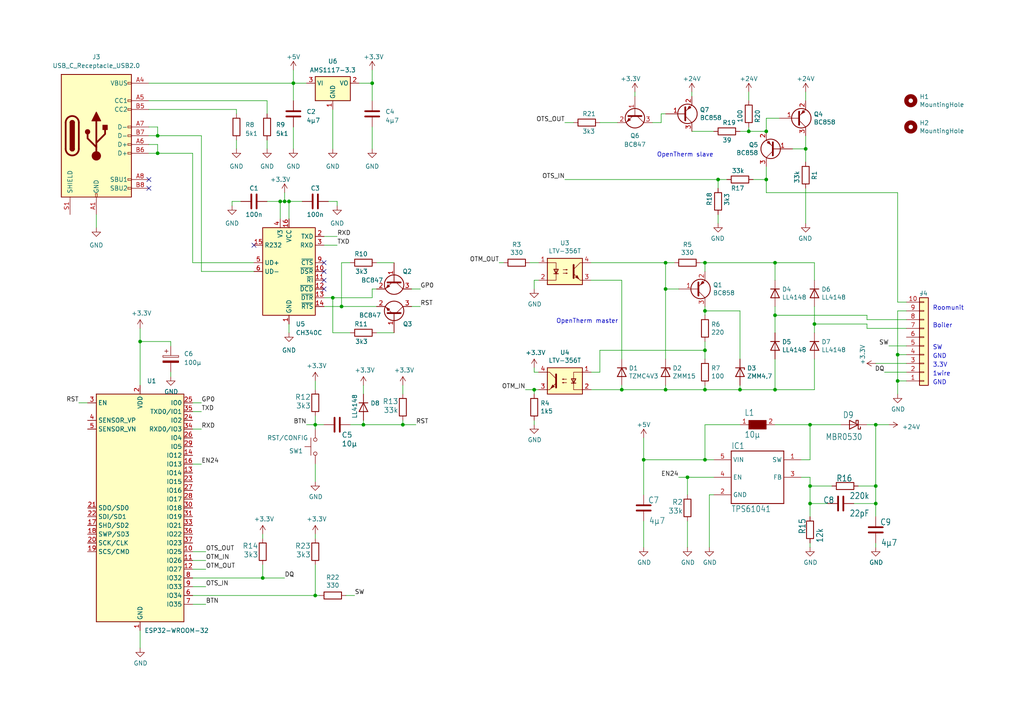
<source format=kicad_sch>
(kicad_sch (version 20231120) (generator "eeschema") (generator_version "8.0")
  (paper "A4")
  (junction (at 91.44 123.19))
  (junction (at 204.47 90.17))
  (junction (at 186.69 133.35))
  (junction (at 224.79 113.03))
  (junction (at 208.28 52.07))
  (junction (at 107.95 24.13))
  (junction (at 260.35 110.49))
  (junction (at 234.95 123.19))
  (junction (at 254 146.05))
  (junction (at 193.04 113.03))
  (junction (at 96.52 86.36))
  (junction (at 204.47 133.35))
  (junction (at 81.28 58.42))
  (junction (at 204.47 101.6))
  (junction (at 234.95 140.97))
  (junction (at 222.25 52.07))
  (junction (at 222.25 38.1))
  (junction (at 234.95 146.05))
  (junction (at 217.17 38.1))
  (junction (at 76.2 167.64))
  (junction (at 224.79 76.2))
  (junction (at 254 123.19))
  (junction (at 45.72 39.37))
  (junction (at 254 140.97))
  (junction (at 193.04 83.82))
  (junction (at 116.84 123.19))
  (junction (at 193.04 76.2))
  (junction (at 199.39 138.43))
  (junction (at 154.94 113.03))
  (junction (at 99.06 88.9))
  (junction (at 236.22 93.98))
  (junction (at 214.63 113.03))
  (junction (at 40.64 99.06))
  (junction (at 233.68 43.18))
  (junction (at 105.41 123.19))
  (junction (at 224.79 91.44))
  (junction (at 45.72 44.45))
  (junction (at 85.09 24.13))
  (junction (at 204.47 113.03))
  (junction (at 91.44 172.72))
  (junction (at 260.35 102.87))
  (junction (at 180.34 113.03))
  (junction (at 204.47 76.2))
  (junction (at 83.82 58.42))
  (junction (at 82.55 58.42))
  (no_connect (at 43.18 52.07))
  (no_connect (at 93.98 81.28))
  (no_connect (at 73.66 71.12))
  (no_connect (at 93.98 76.2))
  (no_connect (at 93.98 83.82))
  (no_connect (at 43.18 54.61))
  (no_connect (at 93.98 78.74))
  (wire (pts (xy 208.28 62.23) (xy 208.28 64.77)))
  (wire (pts (xy 96.52 96.52) (xy 101.6 96.52)))
  (wire (pts (xy 214.63 90.17) (xy 204.47 90.17)))
  (wire (pts (xy 55.88 167.64) (xy 76.2 167.64)))
  (wire (pts (xy 83.82 58.42) (xy 83.82 63.5)))
  (wire (pts (xy 251.46 92.71) (xy 262.89 92.71)))
  (wire (pts (xy 234.95 123.19) (xy 243.84 123.19)))
  (wire (pts (xy 236.22 113.03) (xy 224.79 113.03)))
  (wire (pts (xy 186.69 151.13) (xy 186.69 158.75)))
  (wire (pts (xy 214.63 104.14) (xy 214.63 90.17)))
  (wire (pts (xy 91.44 123.19) (xy 88.9 123.19)))
  (wire (pts (xy 224.79 76.2) (xy 236.22 76.2)))
  (wire (pts (xy 43.18 31.75) (xy 68.58 31.75)))
  (wire (pts (xy 222.25 55.88) (xy 260.35 55.88)))
  (wire (pts (xy 55.88 44.45) (xy 55.88 76.2)))
  (wire (pts (xy 254 140.97) (xy 254 146.05)))
  (wire (pts (xy 93.98 86.36) (xy 96.52 86.36)))
  (wire (pts (xy 40.64 99.06) (xy 40.64 111.76)))
  (wire (pts (xy 199.39 138.43) (xy 196.85 138.43)))
  (wire (pts (xy 146.05 76.2) (xy 144.78 76.2)))
  (wire (pts (xy 207.01 133.35) (xy 204.47 133.35)))
  (wire (pts (xy 40.64 182.88) (xy 40.64 187.96)))
  (wire (pts (xy 101.6 123.19) (xy 105.41 123.19)))
  (wire (pts (xy 204.47 123.19) (xy 204.47 133.35)))
  (wire (pts (xy 184.15 26.67) (xy 184.15 27.94)))
  (wire (pts (xy 55.88 160.02) (xy 59.69 160.02)))
  (wire (pts (xy 180.34 111.76) (xy 180.34 113.03)))
  (wire (pts (xy 107.95 36.83) (xy 107.95 43.18)))
  (wire (pts (xy 224.79 81.28) (xy 224.79 76.2)))
  (wire (pts (xy 55.88 119.38) (xy 58.42 119.38)))
  (wire (pts (xy 224.79 113.03) (xy 214.63 113.03)))
  (wire (pts (xy 193.04 113.03) (xy 193.04 111.76)))
  (wire (pts (xy 173.99 107.95) (xy 173.99 101.6)))
  (wire (pts (xy 199.39 151.13) (xy 199.39 158.75)))
  (wire (pts (xy 232.41 138.43) (xy 234.95 138.43)))
  (wire (pts (xy 154.94 113.03) (xy 154.94 114.3)))
  (wire (pts (xy 234.95 140.97) (xy 234.95 146.05)))
  (wire (pts (xy 256.54 107.95) (xy 262.89 107.95)))
  (wire (pts (xy 217.17 38.1) (xy 217.17 36.83)))
  (wire (pts (xy 109.22 76.2) (xy 114.3 76.2)))
  (wire (pts (xy 154.94 123.19) (xy 154.94 121.92)))
  (wire (pts (xy 76.2 167.64) (xy 82.55 167.64)))
  (wire (pts (xy 234.95 157.48) (xy 234.95 158.75)))
  (wire (pts (xy 204.47 76.2) (xy 204.47 78.74)))
  (wire (pts (xy 95.25 58.42) (xy 97.79 58.42)))
  (wire (pts (xy 195.58 76.2) (xy 193.04 76.2)))
  (wire (pts (xy 207.01 143.51) (xy 205.74 143.51)))
  (wire (pts (xy 186.69 133.35) (xy 186.69 143.51)))
  (wire (pts (xy 204.47 113.03) (xy 204.47 111.76)))
  (wire (pts (xy 251.46 123.19) (xy 254 123.19)))
  (wire (pts (xy 55.88 116.84) (xy 58.42 116.84)))
  (wire (pts (xy 186.69 127) (xy 186.69 133.35)))
  (wire (pts (xy 105.41 121.92) (xy 105.41 123.19)))
  (wire (pts (xy 180.34 113.03) (xy 193.04 113.03)))
  (wire (pts (xy 193.04 113.03) (xy 204.47 113.03)))
  (wire (pts (xy 191.77 35.56) (xy 189.23 35.56)))
  (wire (pts (xy 156.21 107.95) (xy 154.94 107.95)))
  (wire (pts (xy 251.46 93.98) (xy 251.46 95.25)))
  (wire (pts (xy 45.72 39.37) (xy 58.42 39.37)))
  (wire (pts (xy 214.63 123.19) (xy 204.47 123.19)))
  (wire (pts (xy 236.22 76.2) (xy 236.22 81.28)))
  (wire (pts (xy 87.63 58.42) (xy 83.82 58.42)))
  (wire (pts (xy 171.45 81.28) (xy 180.34 81.28)))
  (wire (pts (xy 55.88 124.46) (xy 58.42 124.46)))
  (wire (pts (xy 224.79 76.2) (xy 204.47 76.2)))
  (wire (pts (xy 107.95 86.36) (xy 107.95 83.82)))
  (wire (pts (xy 156.21 113.03) (xy 154.94 113.03)))
  (wire (pts (xy 82.55 58.42) (xy 83.82 58.42)))
  (wire (pts (xy 85.09 36.83) (xy 85.09 43.18)))
  (wire (pts (xy 224.79 123.19) (xy 234.95 123.19)))
  (wire (pts (xy 210.82 52.07) (xy 208.28 52.07)))
  (wire (pts (xy 173.99 35.56) (xy 179.07 35.56)))
  (wire (pts (xy 81.28 58.42) (xy 82.55 58.42)))
  (wire (pts (xy 91.44 123.19) (xy 91.44 124.46)))
  (wire (pts (xy 58.42 39.37) (xy 58.42 78.74)))
  (wire (pts (xy 191.77 33.02) (xy 191.77 35.56)))
  (wire (pts (xy 205.74 143.51) (xy 205.74 158.75)))
  (wire (pts (xy 96.52 31.75) (xy 96.52 43.18)))
  (wire (pts (xy 204.47 113.03) (xy 214.63 113.03)))
  (wire (pts (xy 248.92 140.97) (xy 254 140.97)))
  (wire (pts (xy 204.47 90.17) (xy 204.47 91.44)))
  (wire (pts (xy 101.6 76.2) (xy 99.06 76.2)))
  (wire (pts (xy 203.2 76.2) (xy 204.47 76.2)))
  (wire (pts (xy 43.18 41.91) (xy 45.72 41.91)))
  (wire (pts (xy 251.46 95.25) (xy 262.89 95.25)))
  (wire (pts (xy 224.79 91.44) (xy 251.46 91.44)))
  (wire (pts (xy 91.44 120.65) (xy 91.44 123.19)))
  (wire (pts (xy 260.35 110.49) (xy 260.35 114.3)))
  (wire (pts (xy 91.44 163.83) (xy 91.44 172.72)))
  (wire (pts (xy 193.04 33.02) (xy 191.77 33.02)))
  (wire (pts (xy 43.18 36.83) (xy 45.72 36.83)))
  (wire (pts (xy 116.84 121.92) (xy 116.84 123.19)))
  (wire (pts (xy 40.64 95.25) (xy 40.64 99.06)))
  (wire (pts (xy 193.04 83.82) (xy 196.85 83.82)))
  (wire (pts (xy 254 146.05) (xy 254 149.86)))
  (wire (pts (xy 262.89 110.49) (xy 260.35 110.49)))
  (wire (pts (xy 254 123.19) (xy 254 140.97)))
  (wire (pts (xy 49.53 99.06) (xy 40.64 99.06)))
  (wire (pts (xy 193.04 76.2) (xy 193.04 83.82)))
  (wire (pts (xy 222.25 52.07) (xy 222.25 55.88)))
  (wire (pts (xy 100.33 172.72) (xy 102.87 172.72)))
  (wire (pts (xy 222.25 38.1) (xy 222.25 34.29)))
  (wire (pts (xy 247.65 146.05) (xy 254 146.05)))
  (wire (pts (xy 91.44 154.94) (xy 91.44 156.21)))
  (wire (pts (xy 234.95 123.19) (xy 234.95 133.35)))
  (wire (pts (xy 233.68 54.61) (xy 233.68 64.77)))
  (wire (pts (xy 67.31 59.69) (xy 67.31 58.42)))
  (wire (pts (xy 81.28 58.42) (xy 81.28 63.5)))
  (wire (pts (xy 156.21 81.28) (xy 154.94 81.28)))
  (wire (pts (xy 233.68 43.18) (xy 229.87 43.18)))
  (wire (pts (xy 262.89 90.17) (xy 260.35 90.17)))
  (wire (pts (xy 154.94 113.03) (xy 152.4 113.03)))
  (wire (pts (xy 156.21 76.2) (xy 153.67 76.2)))
  (wire (pts (xy 91.44 172.72) (xy 92.71 172.72)))
  (wire (pts (xy 43.18 39.37) (xy 45.72 39.37)))
  (wire (pts (xy 233.68 39.37) (xy 233.68 43.18)))
  (wire (pts (xy 200.66 26.67) (xy 200.66 27.94)))
  (wire (pts (xy 76.2 167.64) (xy 76.2 163.83)))
  (wire (pts (xy 224.79 88.9) (xy 224.79 91.44)))
  (wire (pts (xy 199.39 138.43) (xy 199.39 143.51)))
  (wire (pts (xy 58.42 78.74) (xy 73.66 78.74)))
  (wire (pts (xy 45.72 41.91) (xy 45.72 44.45)))
  (wire (pts (xy 186.69 133.35) (xy 204.47 133.35)))
  (wire (pts (xy 204.47 101.6) (xy 204.47 99.06)))
  (wire (pts (xy 251.46 91.44) (xy 251.46 92.71)))
  (wire (pts (xy 163.83 52.07) (xy 208.28 52.07)))
  (wire (pts (xy 77.47 29.21) (xy 77.47 33.02)))
  (wire (pts (xy 260.35 102.87) (xy 260.35 110.49)))
  (wire (pts (xy 121.92 83.82) (xy 119.38 83.82)))
  (wire (pts (xy 260.35 90.17) (xy 260.35 102.87)))
  (wire (pts (xy 224.79 104.14) (xy 224.79 113.03)))
  (wire (pts (xy 107.95 24.13) (xy 107.95 29.21)))
  (wire (pts (xy 91.44 110.49) (xy 91.44 113.03)))
  (wire (pts (xy 99.06 76.2) (xy 99.06 88.9)))
  (wire (pts (xy 193.04 83.82) (xy 193.04 104.14)))
  (wire (pts (xy 236.22 93.98) (xy 236.22 96.52)))
  (wire (pts (xy 85.09 24.13) (xy 85.09 29.21)))
  (wire (pts (xy 260.35 87.63) (xy 262.89 87.63)))
  (wire (pts (xy 43.18 44.45) (xy 45.72 44.45)))
  (wire (pts (xy 262.89 102.87) (xy 260.35 102.87)))
  (wire (pts (xy 173.99 101.6) (xy 204.47 101.6)))
  (wire (pts (xy 104.14 24.13) (xy 107.95 24.13)))
  (wire (pts (xy 240.03 146.05) (xy 234.95 146.05)))
  (wire (pts (xy 116.84 111.76) (xy 116.84 114.3)))
  (wire (pts (xy 236.22 88.9) (xy 236.22 93.98)))
  (wire (pts (xy 257.81 100.33) (xy 262.89 100.33)))
  (wire (pts (xy 207.01 138.43) (xy 199.39 138.43)))
  (wire (pts (xy 116.84 123.19) (xy 120.65 123.19)))
  (wire (pts (xy 154.94 107.95) (xy 154.94 106.68)))
  (wire (pts (xy 208.28 52.07) (xy 208.28 54.61)))
  (wire (pts (xy 68.58 40.64) (xy 68.58 43.18)))
  (wire (pts (xy 96.52 96.52) (xy 96.52 86.36)))
  (wire (pts (xy 88.9 24.13) (xy 85.09 24.13)))
  (wire (pts (xy 45.72 36.83) (xy 45.72 39.37)))
  (wire (pts (xy 93.98 68.58) (xy 97.79 68.58)))
  (wire (pts (xy 55.88 165.1) (xy 59.69 165.1)))
  (wire (pts (xy 234.95 146.05) (xy 234.95 149.86)))
  (wire (pts (xy 76.2 154.94) (xy 76.2 156.21)))
  (wire (pts (xy 119.38 88.9) (xy 121.92 88.9)))
  (wire (pts (xy 68.58 31.75) (xy 68.58 33.02)))
  (wire (pts (xy 45.72 44.45) (xy 55.88 44.45)))
  (wire (pts (xy 93.98 88.9) (xy 99.06 88.9)))
  (wire (pts (xy 91.44 139.7) (xy 91.44 134.62)))
  (wire (pts (xy 180.34 81.28) (xy 180.34 104.14)))
  (wire (pts (xy 254 157.48) (xy 254 158.75)))
  (wire (pts (xy 22.86 116.84) (xy 25.4 116.84)))
  (wire (pts (xy 55.88 172.72) (xy 91.44 172.72)))
  (wire (pts (xy 254 105.41) (xy 262.89 105.41)))
  (wire (pts (xy 166.37 35.56) (xy 163.83 35.56)))
  (wire (pts (xy 107.95 83.82) (xy 109.22 83.82)))
  (wire (pts (xy 83.82 93.98) (xy 83.82 96.52)))
  (wire (pts (xy 105.41 123.19) (xy 116.84 123.19)))
  (wire (pts (xy 236.22 104.14) (xy 236.22 113.03)))
  (wire (pts (xy 55.88 170.18) (xy 59.69 170.18)))
  (wire (pts (xy 43.18 24.13) (xy 85.09 24.13)))
  (wire (pts (xy 234.95 140.97) (xy 241.3 140.97)))
  (wire (pts (xy 204.47 88.9) (xy 204.47 90.17)))
  (wire (pts (xy 180.34 113.03) (xy 171.45 113.03)))
  (wire (pts (xy 107.95 20.32) (xy 107.95 24.13)))
  (wire (pts (xy 171.45 107.95) (xy 173.99 107.95)))
  (wire (pts (xy 55.88 162.56) (xy 59.69 162.56)))
  (wire (pts (xy 233.68 26.67) (xy 233.68 29.21)))
  (wire (pts (xy 224.79 91.44) (xy 224.79 96.52)))
  (wire (pts (xy 93.98 71.12) (xy 97.79 71.12)))
  (wire (pts (xy 55.88 175.26) (xy 59.69 175.26)))
  (wire (pts (xy 200.66 38.1) (xy 207.01 38.1)))
  (wire (pts (xy 217.17 38.1) (xy 214.63 38.1)))
  (wire (pts (xy 55.88 134.62) (xy 58.42 134.62)))
  (wire (pts (xy 27.94 62.23) (xy 27.94 66.04)))
  (wire (pts (xy 260.35 55.88) (xy 260.35 87.63)))
  (wire (pts (xy 93.98 123.19) (xy 91.44 123.19)))
  (wire (pts (xy 234.95 133.35) (xy 232.41 133.35)))
  (wire (pts (xy 77.47 40.64) (xy 77.47 43.18)))
  (wire (pts (xy 254 123.19) (xy 257.81 123.19)))
  (wire (pts (xy 82.55 58.42) (xy 82.55 55.88)))
  (wire (pts (xy 97.79 58.42) (xy 97.79 59.69)))
  (wire (pts (xy 109.22 96.52) (xy 114.3 96.52)))
  (wire (pts (xy 85.09 20.32) (xy 85.09 24.13)))
  (wire (pts (xy 67.31 58.42) (xy 69.85 58.42)))
  (wire (pts (xy 49.53 107.95) (xy 49.53 109.22)))
  (wire (pts (xy 217.17 26.67) (xy 217.17 29.21)))
  (wire (pts (xy 99.06 88.9) (xy 109.22 88.9)))
  (wire (pts (xy 214.63 113.03) (xy 214.63 111.76)))
  (wire (pts (xy 222.25 34.29) (xy 226.06 34.29)))
  (wire (pts (xy 77.47 58.42) (xy 81.28 58.42)))
  (wire (pts (xy 43.18 29.21) (xy 77.47 29.21)))
  (wire (pts (xy 233.68 43.18) (xy 233.68 46.99)))
  (wire (pts (xy 218.44 52.07) (xy 222.25 52.07)))
  (wire (pts (xy 234.95 138.43) (xy 234.95 140.97)))
  (wire (pts (xy 222.25 52.07) (xy 222.25 48.26)))
  (wire (pts (xy 222.25 38.1) (xy 217.17 38.1)))
  (wire (pts (xy 105.41 114.3) (xy 105.41 111.76)))
  (wire (pts (xy 154.94 81.28) (xy 154.94 83.82)))
  (wire (pts (xy 49.53 99.06) (xy 49.53 100.33)))
  (wire (pts (xy 96.52 86.36) (xy 107.95 86.36)))
  (wire (pts (xy 236.22 93.98) (xy 251.46 93.98)))
  (wire (pts (xy 55.88 76.2) (xy 73.66 76.2)))
  (wire (pts (xy 204.47 101.6) (xy 204.47 104.14)))
  (wire (pts (xy 171.45 76.2) (xy 193.04 76.2)))
  (text "Boiler" (at 270.51 95.25 0) (effects (font (size 1.27 1.27)) (justify left bottom)))
  (text "OpenTherm slave" (at 190.5 45.72 0) (effects (font (size 1.27 1.27)) (justify left bottom)))
  (text "OpenTherm master" (at 161.29 93.98 0) (effects (font (size 1.27 1.27)) (justify left bottom)))
  (text "3.3V" (at 270.51 106.68 0) (effects (font (size 1.27 1.27)) (justify left bottom)))
  (text "GND" (at 270.51 104.14 0) (effects (font (size 1.27 1.27)) (justify left bottom)))
  (text "1wire" (at 270.51 109.22 0) (effects (font (size 1.27 1.27)) (justify left bottom)))
  (text "GND" (at 270.51 111.76 0) (effects (font (size 1.27 1.27)) (justify left bottom)))
  (text "SW" (at 270.51 101.6 0) (effects (font (size 1.27 1.27)) (justify left bottom)))
  (text "Roomunit" (at 270.51 90.17 0) (effects (font (size 1.27 1.27)) (justify left bottom)))
  (label "OTM_OUT" (at 59.69 165.1 0))
  (label "OTS_IN" (at 59.69 170.18 0))
  (label "OTS_IN" (at 163.83 52.07 180))
  (label "OTM_IN" (at 152.4 113.03 180))
  (label "EN24" (at 58.42 134.62 0))
  (label "RXD" (at 97.79 68.58 0))
  (label "TXD" (at 58.42 119.38 0))
  (label "OTS_OUT" (at 163.83 35.56 180))
  (label "BTN" (at 59.69 175.26 0))
  (label "SW" (at 257.81 100.33 180))
  (label "DQ" (at 82.55 167.64 0))
  (label "TXD" (at 97.79 71.12 0))
  (label "OTM_IN" (at 59.69 162.56 0))
  (label "GP0" (at 58.42 116.84 0))
  (label "EN24" (at 196.85 138.43 180))
  (label "SW" (at 102.87 172.72 0))
  (label "OTS_OUT" (at 59.69 160.02 0))
  (label "OTM_OUT" (at 144.78 76.2 180))
  (label "BTN" (at 88.9 123.19 180))
  (label "RST" (at 121.92 88.9 0))
  (label "GP0" (at 121.92 83.82 0))
  (label "RST" (at 120.65 123.19 0))
  (label "DQ" (at 256.54 107.95 180))
  (label "RST" (at 22.86 116.84 180))
  (label "RXD" (at 58.42 124.46 0))
  (symbol (lib_id "Device:R") (at 149.86 76.2 270) (unit 1)
    (property "Reference" "R3" (at 149.86 70.9422 90))
    (property "Value" "330" (at 149.86 73.2536 90))
    (property "Footprint" "Resistor_SMD:R_0805_2012Metric" (effects (hide yes)))
  )
  (symbol (lib_id "power:GND") (at 154.94 83.82 0) (unit 1)
    (property "Reference" "#PWR04" (effects (hide yes)))
    (property "Value" "GND" (at 155.067 88.2142 0))
  )
  (symbol (lib_id "Device:R") (at 154.94 118.11 180) (unit 1)
    (property "Reference" "R4" (at 156.718 116.9416 0) (effects (justify right)))
    (property "Value" "1k5" (at 156.718 119.253 0) (effects (justify right)))
    (property "Footprint" "Resistor_SMD:R_0805_2012Metric" (effects (hide yes)))
  )
  (symbol (lib_id "Isolator:LTV-356T") (at 163.83 110.49 0) (mirror y) (unit 1)
    (property "Reference" "U4" (at 163.83 102.235 0))
    (property "Value" "LTV-356T" (at 163.83 104.5464 0))
    (property "Footprint" "Package_SO:SO-4_4.4x3.6mm_P2.54mm" (effects (hide yes)))
    (property "Datasheet" "http://optoelectronics.liteon.com/upload/download/DS70-2001-010/S_110_LTV-356T%2020140520.pdf" (effects (hide yes)))
    (property "LCSC order #" "C94651" (effects (hide yes)))
  )
  (symbol (lib_id "Diode:LL4148") (at 224.79 85.09 270) (unit 1)
    (property "Reference" "D4" (at 226.822 83.9216 90) (effects (justify left)))
    (property "Value" "LL4148" (at 226.822 86.233 90) (effects (justify left)))
    (property "Footprint" "Diode_SMD:D_MiniMELF" (effects (hide yes)))
    (property "Datasheet" "http://www.vishay.com/docs/85557/ll4148.pdf" (effects (hide yes)))
    (property "LCSC order #" "C9808" (effects (hide yes)))
  )
  (symbol (lib_id "Diode:LL4148") (at 236.22 85.09 270) (unit 1)
    (property "Reference" "D6" (at 238.252 83.9216 90) (effects (justify left)))
    (property "Value" "LL4148" (at 238.252 86.233 90) (effects (justify left)))
    (property "Footprint" "Diode_SMD:D_MiniMELF" (effects (hide yes)))
    (property "Datasheet" "http://www.vishay.com/docs/85557/ll4148.pdf" (effects (hide yes)))
    (property "LCSC order #" "C9808" (effects (hide yes)))
  )
  (symbol (lib_id "Diode:LL4148") (at 236.22 100.33 270) (unit 1)
    (property "Reference" "D7" (at 238.252 99.1616 90) (effects (justify left)))
    (property "Value" "LL4148" (at 238.252 101.473 90) (effects (justify left)))
    (property "Footprint" "Diode_SMD:D_MiniMELF" (effects (hide yes)))
    (property "Datasheet" "http://www.vishay.com/docs/85557/ll4148.pdf" (effects (hide yes)))
    (property "LCSC order #" "C9808" (effects (hide yes)))
  )
  (symbol (lib_id "Diode:LL4148") (at 224.79 100.33 270) (unit 1)
    (property "Reference" "D5" (at 226.822 99.1616 90) (effects (justify left)))
    (property "Value" "LL4148" (at 226.822 101.473 90) (effects (justify left)))
    (property "Footprint" "Diode_SMD:D_MiniMELF" (effects (hide yes)))
    (property "Datasheet" "http://www.vishay.com/docs/85557/ll4148.pdf" (effects (hide yes)))
    (property "LCSC order #" "C9808" (effects (hide yes)))
  )
  (symbol (lib_id "Diode:ZMMxx") (at 214.63 107.95 270) (unit 1)
    (property "Reference" "D3" (at 216.662 106.7816 90) (effects (justify left)))
    (property "Value" "ZMM4,7" (at 216.662 109.093 90) (effects (justify left)))
    (property "Footprint" "Diode_SMD:D_MiniMELF" (effects (hide yes)))
    (property "Datasheet" "https://diotec.com/tl_files/diotec/files/pdf/datasheets/zmm1.pdf" (effects (hide yes)))
    (property "LCSC order #" "C2921265" (effects (hide yes)))
  )
  (symbol (lib_id "Diode:ZMMxx") (at 193.04 107.95 270) (unit 1)
    (property "Reference" "D2" (at 195.072 106.7816 90) (effects (justify left)))
    (property "Value" "ZMM15" (at 195.072 109.093 90) (effects (justify left)))
    (property "Footprint" "Diode_SMD:D_MiniMELF" (effects (hide yes)))
    (property "Datasheet" "https://diotec.com/tl_files/diotec/files/pdf/datasheets/zmm1.pdf" (effects (hide yes)))
    (property "LCSC order #" "C2892602" (effects (hide yes)))
  )
  (symbol (lib_id "Diode:ZMMxx") (at 180.34 107.95 270) (unit 1)
    (property "Reference" "D1" (at 182.372 106.7816 90) (effects (justify left)))
    (property "Value" "TZMC4V3" (at 182.372 109.093 90) (effects (justify left)))
    (property "Footprint" "Diode_SMD:D_MiniMELF" (effects (hide yes)))
    (property "Datasheet" "https://diotec.com/tl_files/diotec/files/pdf/datasheets/zmm1.pdf" (effects (hide yes)))
    (property "LCSC order #" "C2943043" (effects (hide yes)))
  )
  (symbol (lib_id "Device:R") (at 204.47 107.95 0) (unit 1)
    (property "Reference" "R7" (at 206.248 106.7816 0) (effects (justify left)))
    (property "Value" "100" (at 206.248 109.093 0) (effects (justify left)))
    (property "Footprint" "Resistor_SMD:R_0805_2012Metric" (effects (hide yes)))
  )
  (symbol (lib_id "Device:R") (at 204.47 95.25 0) (unit 1)
    (property "Reference" "R6" (at 206.248 94.0816 0) (effects (justify left)))
    (property "Value" "220" (at 206.248 96.393 0) (effects (justify left)))
    (property "Footprint" "Resistor_SMD:R_0805_2012Metric" (effects (hide yes)))
  )
  (symbol (lib_id "Transistor_BJT:BC858") (at 201.93 83.82 0) (mirror x) (unit 1)
    (property "Reference" "Q1" (at 206.7814 82.6516 0) (effects (justify left)))
    (property "Value" "BC858" (at 206.7814 84.963 0) (effects (justify left)))
    (property "Footprint" "Package_TO_SOT_SMD:SOT-23" (effects (hide yes)))
    (property "Datasheet" "https://www.onsemi.com/pub/Collateral/BC860-D.pdf" (effects (hide yes)))
    (property "LCSC order #" "C181149" (effects (hide yes)))
  )
  (symbol (lib_id "Device:R") (at 199.39 76.2 270) (unit 1)
    (property "Reference" "R5" (at 199.39 70.9422 90))
    (property "Value" "330" (at 199.39 73.2536 90))
    (property "Footprint" "Resistor_SMD:R_0805_2012Metric" (effects (hide yes)))
  )
  (symbol (lib_id "power:GND") (at 154.94 123.19 0) (unit 1)
    (property "Reference" "#PWR05" (effects (hide yes)))
    (property "Value" "GND" (at 155.067 127.5842 0))
  )
  (symbol (lib_id "Isolator:LTV-356T") (at 163.83 78.74 0) (unit 1)
    (property "Reference" "U3" (at 163.83 70.485 0))
    (property "Value" "LTV-356T" (at 163.83 72.7964 0))
    (property "Footprint" "Package_SO:SO-4_4.4x3.6mm_P2.54mm" (effects (hide yes)))
    (property "Datasheet" "http://optoelectronics.liteon.com/upload/download/DS70-2001-010/S_110_LTV-356T%2020140520.pdf" (effects (hide yes)))
    (property "LCSC order #" "C94651" (effects (hide yes)))
  )
  (symbol (lib_id "Mechanical:MountingHole") (at 264.16 29.21 0) (unit 1)
    (property "Reference" "H1" (at 266.7 28.0416 0) (effects (justify left)))
    (property "Value" "MountingHole" (at 266.7 30.353 0) (effects (justify left)))
    (property "Footprint" "MountingHole:MountingHole_2.5mm" (effects (hide yes)))
  )
  (symbol (lib_id "Mechanical:MountingHole") (at 264.16 36.83 0) (unit 1)
    (property "Reference" "H2" (at 266.7 35.6616 0) (effects (justify left)))
    (property "Value" "MountingHole" (at 266.7 37.973 0) (effects (justify left)))
    (property "Footprint" "MountingHole:MountingHole_2.5mm" (effects (hide yes)))
  )
  (symbol (lib_id "power:+3.3V") (at 76.2 154.94 0) (unit 1)
    (property "Reference" "#PWR022" (effects (hide yes)))
    (property "Value" "+3.3V" (at 76.581 150.5458 0))
  )
  (symbol (lib_id "Interface_USB:CH340C") (at 83.82 78.74 0) (unit 1)
    (property "Reference" "U5" (at 85.7759 93.98 0) (effects (justify left)))
    (property "Value" "CH340C" (at 85.7759 96.52 0) (effects (justify left)))
    (property "Footprint" "Package_SO:SOIC-16_3.9x9.9mm_P1.27mm" (effects (hide yes)))
    (property "Datasheet" "https://datasheet.lcsc.com/szlcsc/Jiangsu-Qin-Heng-CH340C_C84681.pdf" (effects (hide yes)))
    (property "LCSC order #" "C84681" (effects (hide yes)))
  )
  (symbol (lib_id "Device:R") (at 234.95 153.67 0) (unit 1)
    (property "Reference" "R15" (at 233.68 154.94 90) (effects (font (size 1.778 1.5113)) (justify left bottom)))
    (property "Value" "12k" (at 238.76 157.48 90) (effects (font (size 1.778 1.5113)) (justify left bottom)))
    (property "Footprint" "Resistor_SMD:R_0805_2012Metric" (effects (hide yes)))
    (property "LCSC order #" "C4382" (effects (hide yes)))
  )
  (symbol (lib_id "power:+3.3V") (at 154.94 106.68 0) (unit 1)
    (property "Reference" "#PWR026" (effects (hide yes)))
    (property "Value" "+3.3V" (at 155.321 102.2858 0))
  )
  (symbol (lib_id "power:GND") (at 49.53 109.22 0) (unit 1)
    (property "Reference" "#PWR024" (effects (hide yes)))
    (property "Value" "GND" (at 49.657 113.6142 0))
  )
  (symbol (lib_id "power:GND") (at 27.94 66.04 0) (unit 1)
    (property "Reference" "#PWR01" (effects (hide yes)))
    (property "Value" "GND" (at 27.94 71.12 0))
  )
  (symbol (lib_id "Device:C") (at 254 153.67 0) (unit 1)
    (property "Reference" "C9" (at 255.27 152.4 0) (effects (font (size 1.778 1.5113)) (justify left bottom)))
    (property "Value" "4µ7" (at 255.524 158.369 0) (effects (font (size 1.778 1.5113)) (justify left bottom)))
    (property "Footprint" "Capacitor_SMD:C_0805_2012Metric" (effects (hide yes)))
    (property "LCSC order #" "C1779" (effects (hide yes)))
  )
  (symbol (lib_id "power:+3.3V") (at 91.44 110.49 0) (unit 1)
    (property "Reference" "#PWR017" (effects (hide yes)))
    (property "Value" "+3.3V" (at 91.821 106.0958 0))
  )
  (symbol (lib_id "power:GND") (at 67.31 59.69 0) (unit 1)
    (property "Reference" "#PWR06" (effects (hide yes)))
    (property "Value" "GND" (at 67.31 64.77 0))
  )
  (symbol (lib_id "power:+24V") (at 217.17 26.67 0) (mirror y) (unit 1)
    (property "Reference" "#PWR028" (effects (hide yes)))
    (property "Value" "+24V" (at 217.17 22.86 0))
  )
  (symbol (lib_id "power:GND") (at 85.09 43.18 0) (unit 1)
    (property "Reference" "#PWR012" (effects (hide yes)))
    (property "Value" "GND" (at 85.09 48.26 0))
  )
  (symbol (lib_id "Device:R") (at 105.41 76.2 90) (unit 1)
    (property "Reference" "R10" (at 106.68 73.66 90) (effects (justify left)))
    (property "Value" "3k3" (at 106.68 78.74 90) (effects (justify left)))
    (property "Footprint" "Resistor_SMD:R_0805_2012Metric" (effects (hide yes)))
  )
  (symbol (lib_id "Transistor_BJT:BC847") (at 114.3 91.44 270) (mirror x) (unit 1)
    (property "Reference" "Q3" (at 116.84 93.98 90) (effects (justify left)))
    (property "Value" "BC847" (at 104.14 91.44 90) (effects (justify left)))
    (property "Footprint" "Package_TO_SOT_SMD:SOT-23" (effects (hide yes)))
    (property "Datasheet" "http://www.infineon.com/dgdl/Infineon-BC847SERIES_BC848SERIES_BC849SERIES_BC850SERIES-DS-v01_01-en.pdf?fileId=db3a304314dca389011541d4630a1657" (effects (hide yes)))
    (property "LCSC order #" "C181141" (effects (hide yes)))
  )
  (symbol (lib_id "Device:C_Polarized") (at 49.53 104.14 0) (unit 1)
    (property "Reference" "C6" (at 53.34 102.616 0) (effects (justify left)))
    (property "Value" "100µ" (at 53.34 105.156 0) (effects (justify left)))
    (property "Footprint" "Capacitor_SMD:CP_Elec_6.3x5.4" (effects (hide yes)))
    (property "LCSC order #" "C59937" (effects (hide yes)))
  )
  (symbol (lib_id "Switch:SW_Push") (at 91.44 129.54 90) (mirror x) (unit 1)
    (property "Reference" "SW1" (at 83.82 130.81 90) (effects (justify right)))
    (property "Value" "RST/CONFIG" (at 77.47 127 90) (effects (justify right)))
    (property "Footprint" "Button_Switch_THT:SW_Tactile_SPST_Angled_PTS645Vx83-2LFS" (effects (hide yes)))
    (property "LCSC order #" "C2837545" (effects (hide yes)))
  )
  (symbol (lib_id "Device:R") (at 170.18 35.56 270) (mirror x) (unit 1)
    (property "Reference" "R21" (at 168.91 33.02 90) (effects (justify left)))
    (property "Value" "3k3" (at 168.91 38.1 90) (effects (justify left)))
    (property "Footprint" "Resistor_SMD:R_0805_2012Metric" (effects (hide yes)))
  )
  (symbol (lib_id "power:+3.3V") (at 107.95 20.32 0) (unit 1)
    (property "Reference" "#PWR015" (effects (hide yes)))
    (property "Value" "+3.3V" (at 105.41 16.51 0) (effects (justify left)))
  )
  (symbol (lib_id "power:+3.3V") (at 82.55 55.88 0) (unit 1)
    (property "Reference" "#PWR09" (effects (hide yes)))
    (property "Value" "+3.3V" (at 81.28 52.07 0))
  )
  (symbol (lib_id "Transistor_BJT:BC847") (at 114.3 81.28 270) (unit 1)
    (property "Reference" "Q2" (at 118.11 78.74 90))
    (property "Value" "BC847" (at 107.95 81.28 90))
    (property "Footprint" "Package_TO_SOT_SMD:SOT-23" (effects (hide yes)))
    (property "Datasheet" "http://www.infineon.com/dgdl/Infineon-BC847SERIES_BC848SERIES_BC849SERIES_BC850SERIES-DS-v01_01-en.pdf?fileId=db3a304314dca389011541d4630a1657" (effects (hide yes)))
    (property "LCSC order #" "C181141" (effects (hide yes)))
  )
  (symbol (lib_id "power:+24V") (at 200.66 26.67 0) (mirror y) (unit 1)
    (property "Reference" "#PWR032" (effects (hide yes)))
    (property "Value" "+24V" (at 200.66 22.86 0))
  )
  (symbol (lib_id "Device:R") (at 68.58 36.83 0) (unit 1)
    (property "Reference" "R8" (at 71.12 36.195 0) (effects (justify left)))
    (property "Value" "5k1" (at 71.12 38.735 0) (effects (justify left)))
    (property "Footprint" "Resistor_SMD:R_0805_2012Metric" (effects (hide yes)))
    (property "LCSC order #" "C431925" (effects (hide yes)))
  )
  (symbol (lib_id "power:+3.3V") (at 40.64 95.25 0) (unit 1)
    (property "Reference" "#PWR023" (effects (hide yes)))
    (property "Value" "+3.3V" (at 41.021 90.8558 0))
  )
  (symbol (lib_id "power:GND") (at 77.47 43.18 0) (unit 1)
    (property "Reference" "#PWR08" (effects (hide yes)))
    (property "Value" "GND" (at 77.47 48.26 0))
  )
  (symbol (lib_id "Device:C") (at 85.09 33.02 0) (unit 1)
    (property "Reference" "C2" (at 88.9 32.385 0) (effects (justify left)))
    (property "Value" "4µ7" (at 88.9 34.925 0) (effects (justify left)))
    (property "Footprint" "Capacitor_SMD:C_0805_2012Metric" (effects (hide yes)))
    (property "LCSC order #" "C319192" (effects (hide yes)))
  )
  (symbol (lib_id "Device:R") (at 199.39 147.32 180) (unit 1)
    (property "Reference" "R2" (at 198.12 144.78 0) (effects (font (size 1.4986 1.4986)) (justify left bottom)))
    (property "Value" "33k" (at 198.12 147.32 0) (effects (font (size 1.4986 1.4986)) (justify left bottom)))
    (property "Footprint" "Resistor_SMD:R_0805_2012Metric" (effects (hide yes)))
    (property "LCSC order #" "C17633" (effects (hide yes)))
  )
  (symbol (lib_id "Device:C") (at 73.66 58.42 90) (unit 1)
    (property "Reference" "C1" (at 73.66 54.61 90))
    (property "Value" "100n" (at 73.66 62.23 90))
    (property "Footprint" "Capacitor_SMD:C_0805_2012Metric" (effects (hide yes)))
    (property "LCSC order #" "C344180" (effects (hide yes)))
  )
  (symbol (lib_id "power:GND") (at 186.69 158.75 0) (unit 1)
    (property "Reference" "#PWR033" (effects (hide yes)))
    (property "Value" "GND" (at 186.817 163.1442 0))
  )
  (symbol (lib_id "Transistor_BJT:BC858") (at 224.79 43.18 180) (unit 1)
    (property "Reference" "Q5" (at 219.9386 42.0116 0) (effects (justify left)))
    (property "Value" "BC858" (at 219.9386 44.323 0) (effects (justify left)))
    (property "Footprint" "Package_TO_SOT_SMD:SOT-23" (effects (hide yes)))
    (property "Datasheet" "https://www.onsemi.com/pub/Collateral/BC860-D.pdf" (effects (hide yes)))
    (property "LCSC order #" "C181149" (effects (hide yes)))
  )
  (symbol (lib_id "Device:R") (at 116.84 118.11 180) (unit 1)
    (property "Reference" "R13" (at 115.57 115.57 0) (effects (font (size 1.4986 1.4986)) (justify left bottom)))
    (property "Value" "33k" (at 115.57 118.11 0) (effects (font (size 1.4986 1.4986)) (justify left bottom)))
    (property "Footprint" "Resistor_SMD:R_0805_2012Metric" (effects (hide yes)))
    (property "LCSC order #" "C17633" (effects (hide yes)))
  )
  (symbol (lib_id "power:+24V") (at 257.81 123.19 270) (mirror x) (unit 1)
    (property "Reference" "#PWR038" (effects (hide yes)))
    (property "Value" "+24V" (at 261.62 123.825 90) (effects (justify left)))
  )
  (symbol (lib_id "power:GND") (at 97.79 59.69 0) (unit 1)
    (property "Reference" "#PWR014" (effects (hide yes)))
    (property "Value" "GND" (at 97.79 64.77 0))
  )
  (symbol (lib_id "minirx_v4-eagle-import:TPS61040") (at 219.71 138.43 0) (unit 1)
    (property "Reference" "IC1" (at 212.09 130.302 0) (effects (font (size 1.778 1.5113)) (justify left bottom)))
    (property "Value" "TPS61041" (at 212.09 148.59 0) (effects (font (size 1.778 1.5113)) (justify left bottom)))
    (property "Footprint" "Package_TO_SOT_SMD:SOT-23-5_HandSoldering" (effects (hide yes)))
    (property "LCSC order #" "C9846" (effects (hide yes)))
  )
  (symbol (lib_id "power:GND") (at 205.74 158.75 0) (unit 1)
    (property "Reference" "#PWR034" (effects (hide yes)))
    (property "Value" "GND" (at 205.867 163.1442 0))
  )
  (symbol (lib_id "power:GND") (at 260.35 114.3 0) (unit 1)
    (property "Reference" "#PWR021" (effects (hide yes)))
    (property "Value" "GND" (at 260.477 118.6942 0))
  )
  (symbol (lib_id "power:GND") (at 199.39 158.75 0) (unit 1)
    (property "Reference" "#PWR027" (effects (hide yes)))
    (property "Value" "GND" (at 199.517 163.1442 0))
  )
  (symbol (lib_id "Device:R") (at 96.52 172.72 270) (unit 1)
    (property "Reference" "R22" (at 96.52 167.4622 90))
    (property "Value" "330" (at 96.52 169.7736 90))
    (property "Footprint" "Resistor_SMD:R_0805_2012Metric" (effects (hide yes)))
  )
  (symbol (lib_id "power:GND") (at 96.52 43.18 0) (unit 1)
    (property "Reference" "#PWR013" (effects (hide yes)))
    (property "Value" "GND" (at 96.52 48.26 0))
  )
  (symbol (lib_id "power:+3.3V") (at 184.15 26.67 0) (unit 1)
    (property "Reference" "#PWR029" (effects (hide yes)))
    (property "Value" "+3.3V" (at 182.88 22.86 0))
  )
  (symbol (lib_id "Device:C") (at 97.79 123.19 270) (unit 1)
    (property "Reference" "C5" (at 99.06 127 90) (effects (font (size 1.4986 1.4986)) (justify left bottom)))
    (property "Value" "10µ" (at 99.06 129.54 90) (effects (font (size 1.4986 1.4986)) (justify left bottom)))
    (property "Footprint" "Capacitor_SMD:C_0805_2012Metric" (effects (hide yes)))
    (property "LCSC order #" "C15850" (effects (hide yes)))
  )
  (symbol (lib_id "Device:C") (at 91.44 58.42 90) (unit 1)
    (property "Reference" "C3" (at 91.44 54.61 90))
    (property "Value" "100n" (at 91.44 62.23 90))
    (property "Footprint" "Capacitor_SMD:C_0805_2012Metric" (effects (hide yes)))
    (property "LCSC order #" "C344180" (effects (hide yes)))
  )
  (symbol (lib_id "Device:R") (at 91.44 116.84 180) (unit 1)
    (property "Reference" "R12" (at 90.17 114.3 0) (effects (font (size 1.4986 1.4986)) (justify left bottom)))
    (property "Value" "3k3" (at 90.17 116.84 0) (effects (font (size 1.4986 1.4986)) (justify left bottom)))
    (property "Footprint" "Resistor_SMD:R_0805_2012Metric" (effects (hide yes)))
    (property "LCSC order #" "C114531" (effects (hide yes)))
  )
  (symbol (lib_id "Device:R") (at 217.17 33.02 0) (mirror x) (unit 1)
    (property "Reference" "R20" (at 219.71 31.75 90) (effects (justify left)))
    (property "Value" "100" (at 214.63 31.75 90) (effects (justify left)))
    (property "Footprint" "Resistor_SMD:R_0805_2012Metric" (effects (hide yes)))
  )
  (symbol (lib_id "Device:R") (at 91.44 160.02 180) (unit 1)
    (property "Reference" "R23" (at 90.17 157.48 0) (effects (font (size 1.4986 1.4986)) (justify left bottom)))
    (property "Value" "3k3" (at 90.17 160.02 0) (effects (font (size 1.4986 1.4986)) (justify left bottom)))
    (property "Footprint" "Resistor_SMD:R_0805_2012Metric" (effects (hide yes)))
    (property "LCSC order #" "C114531" (effects (hide yes)))
  )
  (symbol (lib_id "power:+3.3V") (at 254 105.41 90) (unit 1)
    (property "Reference" "#PWR03" (effects (hide yes)))
    (property "Value" "+3.3V" (at 250.19 102.87 0))
  )
  (symbol (lib_id "Connector:USB_C_Receptacle_USB2.0") (at 27.94 39.37 0) (unit 1)
    (property "Reference" "J3" (at 27.94 16.51 0))
    (property "Value" "USB_C_Receptacle_USB2.0" (at 27.94 19.05 0))
    (property "Footprint" "Connector_USB:USB_C_Receptacle_HRO_TYPE-C-31-M-12" (effects (hide yes)))
    (property "Datasheet" "https://www.usb.org/sites/default/files/documents/usb_type-c.zip" (effects (hide yes)))
  )
  (symbol (lib_id "Device:C") (at 186.69 147.32 0) (unit 1)
    (property "Reference" "C7" (at 187.96 146.05 0) (effects (font (size 1.778 1.5113)) (justify left bottom)))
    (property "Value" "4µ7" (at 188.214 152.019 0) (effects (font (size 1.778 1.5113)) (justify left bottom)))
    (property "Footprint" "Capacitor_SMD:C_0805_2012Metric" (effects (hide yes)))
    (property "LCSC order #" "C1779" (effects (hide yes)))
  )
  (symbol (lib_id "Device:R") (at 233.68 50.8 0) (mirror x) (unit 1)
    (property "Reference" "R1" (at 236.22 49.53 90) (effects (justify left)))
    (property "Value" "33k" (at 231.14 49.53 90) (effects (justify left)))
    (property "Footprint" "Resistor_SMD:R_0805_2012Metric" (effects (hide yes)))
  )
  (symbol (lib_id "power:GND") (at 91.44 139.7 0) (unit 1)
    (property "Reference" "#PWR018" (effects (hide yes)))
    (property "Value" "GND" (at 91.567 144.0942 0))
  )
  (symbol (lib_id "power:GND") (at 254 158.75 0) (unit 1)
    (property "Reference" "#PWR036" (effects (hide yes)))
    (property "Value" "GND" (at 254.127 163.1442 0))
  )
  (symbol (lib_id "Device:R") (at 77.47 36.83 0) (unit 1)
    (property "Reference" "R9" (at 80.01 36.195 0) (effects (justify left)))
    (property "Value" "5k1" (at 80.01 38.735 0) (effects (justify left)))
    (property "Footprint" "Resistor_SMD:R_0805_2012Metric" (effects (hide yes)))
    (property "LCSC order #" "C431925" (effects (hide yes)))
  )
  (symbol (lib_id "power:GND") (at 208.28 64.77 0) (mirror y) (unit 1)
    (property "Reference" "#PWR031" (effects (hide yes)))
    (property "Value" "GND" (at 208.153 69.1642 0))
  )
  (symbol (lib_id "Transistor_BJT:BC858") (at 198.12 33.02 0) (mirror x) (unit 1)
    (property "Reference" "Q7" (at 202.9714 31.8516 0) (effects (justify left)))
    (property "Value" "BC858" (at 202.9714 34.163 0) (effects (justify left)))
    (property "Footprint" "Package_TO_SOT_SMD:SOT-23" (effects (hide yes)))
    (property "Datasheet" "https://www.onsemi.com/pub/Collateral/BC860-D.pdf" (effects (hide yes)))
    (property "LCSC order #" "C181149" (effects (hide yes)))
  )
  (symbol (lib_id "RF_Module:ESP32-WROOM-32") (at 40.64 147.32 0) (unit 1)
    (property "Reference" "U1" (at 42.5959 110.49 0) (effects (justify left)))
    (property "Value" "ESP32-WROOM-32" (at 41.91 182.88 0) (effects (justify left)))
    (property "Footprint" "RF_Module:ESP32-WROOM-32" (effects (hide yes)))
    (property "Datasheet" "https://www.espressif.com/sites/default/files/documentation/esp32-wroom-32_datasheet_en.pdf" (effects (hide yes)))
  )
  (symbol (lib_id "power:GND") (at 40.64 187.96 0) (unit 1)
    (property "Reference" "#PWR025" (effects (hide yes)))
    (property "Value" "GND" (at 40.767 192.3542 0))
  )
  (symbol (lib_id "Diode:LL4148") (at 105.41 118.11 270) (unit 1)
    (property "Reference" "D8" (at 107.442 116.9416 90) (effects (justify left)))
    (property "Value" "LL4148" (at 102.87 114.3 0) (effects (justify left)))
    (property "Footprint" "Diode_SMD:D_MiniMELF" (effects (hide yes)))
    (property "Datasheet" "http://www.vishay.com/docs/85557/ll4148.pdf" (effects (hide yes)))
    (property "LCSC order #" "C9808" (effects (hide yes)))
  )
  (symbol (lib_id "Device:R") (at 210.82 38.1 270) (mirror x) (unit 1)
    (property "Reference" "R19" (at 209.55 35.56 90) (effects (justify left)))
    (property "Value" "39" (at 209.55 40.64 90) (effects (justify left)))
    (property "Footprint" "Resistor_SMD:R_0805_2012Metric" (effects (hide yes)))
  )
  (symbol (lib_id "power:+5V") (at 85.09 20.32 0) (unit 1)
    (property "Reference" "#PWR011" (effects (hide yes)))
    (property "Value" "+5V" (at 85.09 16.51 0))
  )
  (symbol (lib_id "power:+24V") (at 233.68 26.67 0) (mirror y) (unit 1)
    (property "Reference" "#PWR02" (effects (hide yes)))
    (property "Value" "+24V" (at 233.68 22.86 0))
  )
  (symbol (lib_id "power:+5V") (at 186.69 127 0) (unit 1)
    (property "Reference" "#PWR037" (effects (hide yes)))
    (property "Value" "+5V" (at 186.69 123.19 0))
  )
  (symbol (lib_id "power:+3.3V") (at 105.41 111.76 0) (unit 1)
    (property "Reference" "#PWR019" (effects (hide yes)))
    (property "Value" "+3.3V" (at 105.791 107.3658 0))
  )
  (symbol (lib_id "Device:R") (at 214.63 52.07 90) (mirror x) (unit 1)
    (property "Reference" "R17" (at 215.9 54.61 90) (effects (justify left)))
    (property "Value" "33k" (at 215.9 49.53 90) (effects (justify left)))
    (property "Footprint" "Resistor_SMD:R_0805_2012Metric" (effects (hide yes)))
  )
  (symbol (lib_id "Device:C") (at 107.95 33.02 0) (unit 1)
    (property "Reference" "C4" (at 111.76 32.385 0) (effects (justify left)))
    (property "Value" "4µ7" (at 111.76 34.925 0) (effects (justify left)))
    (property "Footprint" "Capacitor_SMD:C_0805_2012Metric" (effects (hide yes)))
    (property "LCSC order #" "C319192" (effects (hide yes)))
  )
  (symbol (lib_id "Transistor_BJT:BC847") (at 184.15 33.02 270) (unit 1)
    (property "Reference" "Q6" (at 184.15 39.37 90))
    (property "Value" "BC847" (at 184.15 41.91 90))
    (property "Footprint" "Package_TO_SOT_SMD:SOT-23" (effects (hide yes)))
    (property "Datasheet" "http://www.infineon.com/dgdl/Infineon-BC847SERIES_BC848SERIES_BC849SERIES_BC850SERIES-DS-v01_01-en.pdf?fileId=db3a304314dca389011541d4630a1657" (effects (hide yes)))
    (property "LCSC order #" "C181141" (effects (hide yes)))
  )
  (symbol (lib_id "Device:C") (at 243.84 146.05 270) (unit 1)
    (property "Reference" "C8" (at 238.76 146.05 90) (effects (font (size 1.778 1.5113)) (justify left bottom)))
    (property "Value" "22pF" (at 246.38 149.86 90) (effects (font (size 1.778 1.5113)) (justify left bottom)))
    (property "Footprint" "Capacitor_SMD:C_0805_2012Metric" (effects (hide yes)))
    (property "LCSC order #" "C1804" (effects (hide yes)))
  )
  (symbol (lib_id "Regulator_Linear:AMS1117-3.3") (at 96.52 24.13 0) (unit 1)
    (property "Reference" "U6" (at 96.52 17.78 0))
    (property "Value" "AMS1117-3.3" (at 96.52 20.32 0))
    (property "Footprint" "Package_TO_SOT_SMD:SOT-223-3_TabPin2" (effects (hide yes)))
    (property "Datasheet" "http://www.advanced-monolithic.com/pdf/ds1117.pdf" (effects (hide yes)))
    (property "LCSC order #" "C351784" (effects (hide yes)))
  )
  (symbol (lib_id "power:+3.3V") (at 91.44 154.94 0) (unit 1)
    (property "Reference" "#PWR039" (effects (hide yes)))
    (property "Value" "+3.3V" (at 91.821 150.5458 0))
  )
  (symbol (lib_id "power:GND") (at 234.95 158.75 0) (unit 1)
    (property "Reference" "#PWR035" (effects (hide yes)))
    (property "Value" "GND" (at 235.077 163.1442 0))
  )
  (symbol (lib_id "Device:R") (at 105.41 96.52 90) (unit 1)
    (property "Reference" "R11" (at 106.68 93.98 90) (effects (justify left)))
    (property "Value" "3k3" (at 106.68 99.06 90) (effects (justify left)))
    (property "Footprint" "Resistor_SMD:R_0805_2012Metric" (effects (hide yes)))
  )
  (symbol (lib_id "minirx_v4-eagle-import:WE-PMI_1008") (at 219.71 125.73 0) (unit 1)
    (property "Reference" "L1" (at 215.9 120.65 0) (effects (font (size 1.778 1.5113)) (justify left bottom)))
    (property "Value" "10µ" (at 215.9 127 0) (effects (font (size 1.778 1.5113)) (justify left bottom)))
    (property "Footprint" "Inductor_SMD:L_1210_3225Metric" (effects (hide yes)))
    (property "LCSC order #" "C45403" (effects (hide yes)))
  )
  (symbol (lib_id "power:GND") (at 107.95 43.18 0) (unit 1)
    (property "Reference" "#PWR016" (effects (hide yes)))
    (property "Value" "GND" (at 107.95 48.26 0))
  )
  (symbol (lib_id "Transistor_BJT:BC858") (at 231.14 34.29 0) (mirror x) (unit 1)
    (property "Reference" "Q4" (at 235.9914 33.1216 0) (effects (justify left)))
    (property "Value" "BC858" (at 235.9914 35.433 0) (effects (justify left)))
    (property "Footprint" "Package_TO_SOT_SMD:SOT-23" (effects (hide yes)))
    (property "Datasheet" "https://www.onsemi.com/pub/Collateral/BC860-D.pdf" (effects (hide yes)))
    (property "LCSC order #" "C181149" (effects (hide yes)))
  )
  (symbol (lib_id "power:GND") (at 68.58 43.18 0) (unit 1)
    (property "Reference" "#PWR07" (effects (hide yes)))
    (property "Value" "GND" (at 68.58 48.26 0))
  )
  (symbol (lib_id "power:GND") (at 233.68 64.77 0) (mirror y) (unit 1)
    (property "Reference" "#PWR030" (effects (hide yes)))
    (property "Value" "GND" (at 233.553 69.1642 0))
  )
  (symbol (lib_id "power:+3.3V") (at 116.84 111.76 0) (unit 1)
    (property "Reference" "#PWR020" (effects (hide yes)))
    (property "Value" "+3.3V" (at 117.221 107.3658 0))
  )
  (symbol (lib_id "Device:R") (at 245.11 140.97 270) (unit 1)
    (property "Reference" "R16" (at 242.57 139.7 90) (effects (font (size 1.778 1.5113)) (justify left bottom)))
    (property "Value" "220k" (at 246.38 144.78 90) (effects (font (size 1.778 1.5113)) (justify left bottom)))
    (property "Footprint" "Resistor_SMD:R_0805_2012Metric" (effects (hide yes)))
    (property "LCSC order #" "C149504" (effects (hide yes)))
  )
  (symbol (lib_id "power:GND") (at 83.82 96.52 0) (unit 1)
    (property "Reference" "#PWR010" (effects (hide yes)))
    (property "Value" "GND" (at 83.82 101.6 0))
  )
  (symbol (lib_id "Connector_Generic:Conn_01x10") (at 267.97 100.33 0) (mirror x) (unit 1)
    (property "Reference" "J4" (at 266.7 85.09 0) (effects (justify left)))
    (property "Value" "~" (at 266.7 85.09 0) (effects (justify left)))
    (property "Footprint" "TerminalBlock_Phoenix:TerminalBlock_Phoenix_PT-1,5-10-3.5-H_1x10_P3.50mm_Horizontal" (effects (hide yes)))
  )
  (symbol (lib_id "Device:R") (at 76.2 160.02 180) (unit 1)
    (property "Reference" "R14" (at 74.93 157.48 0) (effects (font (size 1.4986 1.4986)) (justify left bottom)))
    (property "Value" "3k3" (at 74.93 160.02 0) (effects (font (size 1.4986 1.4986)) (justify left bottom)))
    (property "Footprint" "Resistor_SMD:R_0805_2012Metric" (effects (hide yes)))
    (property "LCSC order #" "C114531" (effects (hide yes)))
  )
  (symbol (lib_id "Device:R") (at 208.28 58.42 0) (mirror y) (unit 1)
    (property "Reference" "R18" (at 205.74 59.69 90) (effects (justify left)))
    (property "Value" "3k3" (at 210.82 59.69 90) (effects (justify left)))
    (property "Footprint" "Resistor_SMD:R_0805_2012Metric" (effects (hide yes)))
  )
  (symbol (lib_id "Device:D_Schottky") (at 247.65 123.19 180) (unit 1)
    (property "Reference" "D9" (at 247.65 119.38 0) (effects (font (size 1.778 1.5113)) (justify left bottom)))
    (property "Value" "MBR0530" (at 250.19 125.73 0) (effects (font (size 1.778 1.5113)) (justify left bottom)))
    (property "Footprint" "Diode_SMD:D_SOD-123" (effects (hide yes)))
    (property "LCSC order #" "C86299" (effects (hide yes)))
  )
)
</source>
